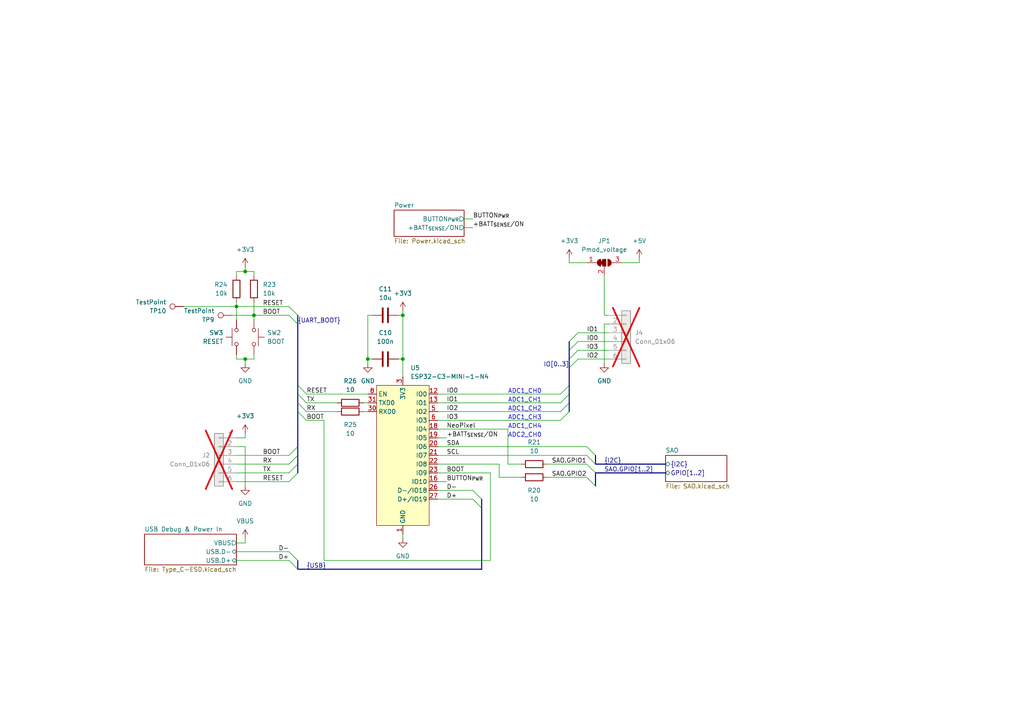
<source format=kicad_sch>
(kicad_sch (version 20240101) (generator "eeschema") (generator_version "8.99")
  (paper "A4")
  (title_block (title "${title}") (rev "${revision}") (company "${company}") (comment 1 "author: ${author}") (comment 2 "pid: ${pid}"))
  (lib_symbols
    (symbol "Connector:TestPoint" (pin_numbers hide) (pin_names (offset 0.762) hide)
      (property "Reference" "TP" (at 0 6.858 0))
      (property "Value" "TestPoint" (at 0 5.08 0))
      (symbol "TestPoint_0_1"
        (circle (center 0 3.302) (radius 0.762))
      )
      (symbol "TestPoint_1_1"
        (pin passive line (at 0 0 90) (length 2.54) (name "1") (number "1"))
      )
    )
    (symbol "Connector_Generic:Conn_01x06" (pin_names (offset 1.016) hide)
      (property "Reference" "J" (at 0 7.62 0))
      (property "Value" "Conn_01x06" (at 0 -10.16 0))
      (symbol "Conn_01x06_1_1"
        (rectangle (start -1.27 -7.493) (end 0 -7.747) (stroke (width 0.1524)))
        (rectangle (start -1.27 -4.953) (end 0 -5.207) (stroke (width 0.1524)))
        (rectangle (start -1.27 -2.413) (end 0 -2.667) (stroke (width 0.1524)))
        (rectangle (start -1.27 0.127) (end 0 -0.127) (stroke (width 0.1524)))
        (rectangle (start -1.27 2.667) (end 0 2.413) (stroke (width 0.1524)))
        (rectangle (start -1.27 5.207) (end 0 4.953) (stroke (width 0.1524)))
        (rectangle (start -1.27 6.35) (end 1.27 -8.89) (stroke (width 0.254)) (fill (type background)))
        (pin passive line (at -5.08 5.08 0) (length 3.81) (name "Pin_1") (number "1"))
        (pin passive line (at -5.08 2.54 0) (length 3.81) (name "Pin_2") (number "2"))
        (pin passive line (at -5.08 0 0) (length 3.81) (name "Pin_3") (number "3"))
        (pin passive line (at -5.08 -2.54 0) (length 3.81) (name "Pin_4") (number "4"))
        (pin passive line (at -5.08 -5.08 0) (length 3.81) (name "Pin_5") (number "5"))
        (pin passive line (at -5.08 -7.62 0) (length 3.81) (name "Pin_6") (number "6"))
      )
    )
    (symbol "Device:C" (pin_numbers hide) (pin_names (offset 0.254))
      (property "Reference" "C" (at 0.635 2.54 0))
      (property "Value" "C" (at 0.635 -2.54 0))
      (symbol "C_0_1"
        (polyline (pts (xy -2.032 -0.762) (xy 2.032 -0.762)) (stroke (width 0.508)))
        (polyline (pts (xy -2.032 0.762) (xy 2.032 0.762)) (stroke (width 0.508)))
      )
      (symbol "C_1_1"
        (pin passive line (at 0 3.81 270) (length 2.794) (name "~") (number "1"))
        (pin passive line (at 0 -3.81 90) (length 2.794) (name "~") (number "2"))
      )
    )
    (symbol "Device:R" (pin_numbers hide) (pin_names (offset 0))
      (property "Reference" "R" (at 2.032 0 90))
      (property "Value" "R" (at 0 0 90))
      (symbol "R_0_1"
        (rectangle (start -1.016 -2.54) (end 1.016 2.54) (stroke (width 0.254)))
      )
      (symbol "R_1_1"
        (pin passive line (at 0 3.81 270) (length 1.27) (name "~") (number "1"))
        (pin passive line (at 0 -3.81 90) (length 1.27) (name "~") (number "2"))
      )
    )
    (symbol "ESP32-C3-MINI:ESP32-C3-MINI-1-N4"
      (property "Reference" "U" (at -8.89 19.05 0))
      (property "Value" "ESP32-C3-MINI-1-N4" (at 1.27 19.05 0))
      (symbol "ESP32-C3-MINI-1-N4_0_1"
        (rectangle (start -7.62 17.78) (end 7.62 -22.86) (fill (type background)))
        (pin power_in line (at 0 -25.4 90) (length 2.54) (name "GND") (number "1"))
        (pin bidirectional line (at 10.16 15.24 180) (length 2.54) (name "IO0") (number "12"))
        (pin bidirectional line (at 10.16 12.7 180) (length 2.54) (name "IO1") (number "13"))
        (pin bidirectional line (at 10.16 -10.16 180) (length 2.54) (name "IO10") (number "16"))
        (pin bidirectional line (at 10.16 5.08 180) (length 2.54) (name "IO4") (number "18"))
        (pin bidirectional line (at 10.16 2.54 180) (length 2.54) (name "IO5") (number "19"))
        (pin bidirectional line (at 10.16 0 180) (length 2.54) (name "IO6") (number "20"))
        (pin bidirectional line (at 10.16 -2.54 180) (length 2.54) (name "IO7") (number "21"))
        (pin bidirectional line (at 10.16 -5.08 180) (length 2.54) (name "IO8") (number "22"))
        (pin bidirectional line (at 10.16 -7.62 180) (length 2.54) (name "IO9") (number "23"))
        (pin power_in line (at 0 20.32 270) (length 2.54) (name "3V3") (number "3"))
        (pin input line (at -10.16 10.16 0) (length 2.54) (name "RXD0") (number "30"))
        (pin output line (at -10.16 12.7 0) (length 2.54) (name "TXD0") (number "31"))
        (pin bidirectional line (at 10.16 10.16 180) (length 2.54) (name "IO2") (number "5"))
        (pin bidirectional line (at 10.16 7.62 180) (length 2.54) (name "IO3") (number "6"))
        (pin input line (at -10.16 15.24 0) (length 2.54) (name "EN") (number "8"))
      )
      (symbol "ESP32-C3-MINI-1-N4_1_1"
        (pin no_connect line (at -10.16 -15.24 0) (length 2.54) hide (name "NC") (number "10"))
        (pin power_in line (at 0 -25.4 90) (length 2.54) hide (name "GND") (number "11"))
        (pin power_in line (at 0 -25.4 90) (length 2.54) hide (name "GND") (number "14"))
        (pin no_connect line (at -10.16 -15.24 0) (length 2.54) hide (name "NC") (number "15"))
        (pin no_connect line (at -10.16 -15.24 0) (length 2.54) hide (name "NC") (number "17"))
        (pin power_in line (at 0 -25.4 90) (length 2.54) hide (name "GND") (number "2"))
        (pin no_connect line (at -10.16 -15.24 0) (length 2.54) hide (name "NC") (number "24"))
        (pin no_connect line (at -10.16 -15.24 0) (length 2.54) hide (name "NC") (number "25"))
        (pin bidirectional line (at 10.16 -12.7 180) (length 2.54) (name "D-/IO18") (number "26"))
        (pin bidirectional line (at 10.16 -15.24 180) (length 2.54) (name "D+/IO19") (number "27"))
        (pin no_connect line (at -10.16 -15.24 0) (length 2.54) hide (name "NC") (number "28"))
        (pin no_connect line (at -10.16 -15.24 0) (length 2.54) hide (name "NC") (number "29"))
        (pin no_connect line (at -10.16 -15.24 0) (length 2.54) hide (name "NC") (number "32"))
        (pin no_connect line (at -10.16 -15.24 0) (length 2.54) hide (name "NC") (number "33"))
        (pin no_connect line (at -10.16 -15.24 0) (length 2.54) hide (name "NC") (number "34"))
        (pin no_connect line (at -10.16 -15.24 0) (length 2.54) hide (name "NC") (number "35"))
        (pin power_in line (at 0 -25.4 90) (length 2.54) hide (name "GND") (number "36"))
        (pin power_in line (at 0 -25.4 90) (length 2.54) hide (name "GND") (number "37"))
        (pin power_in line (at 0 -25.4 90) (length 2.54) hide (name "GND") (number "38"))
        (pin power_in line (at 0 -25.4 90) (length 2.54) hide (name "GND") (number "39"))
        (pin no_connect line (at -10.16 -15.24 0) (length 2.54) hide (name "NC") (number "4"))
        (pin power_in line (at 0 -25.4 90) (length 2.54) hide (name "GND") (number "40"))
        (pin power_in line (at 0 -25.4 90) (length 2.54) hide (name "GND") (number "41"))
        (pin power_in line (at 0 -25.4 90) (length 2.54) hide (name "GND") (number "42"))
        (pin power_in line (at 0 -25.4 90) (length 2.54) hide (name "GND") (number "43"))
        (pin power_in line (at 0 -25.4 90) (length 2.54) hide (name "GND") (number "44"))
        (pin power_in line (at 0 -25.4 90) (length 2.54) hide (name "GND") (number "45"))
        (pin power_in line (at 0 -25.4 90) (length 2.54) hide (name "GND") (number "46"))
        (pin power_in line (at 0 -25.4 90) (length 2.54) hide (name "GND") (number "47"))
        (pin power_in line (at 0 -25.4 90) (length 2.54) hide (name "GND") (number "48"))
        (pin power_in line (at 0 -25.4 90) (length 2.54) hide (name "GND") (number "49"))
        (pin power_in line (at 0 -25.4 90) (length 2.54) hide (name "GND") (number "50"))
        (pin power_in line (at 0 -25.4 90) (length 2.54) hide (name "GND") (number "51"))
        (pin power_in line (at 0 -25.4 90) (length 2.54) hide (name "GND") (number "52"))
        (pin power_in line (at 0 -25.4 90) (length 2.54) hide (name "GND") (number "53"))
        (pin no_connect line (at -10.16 -15.24 0) (length 2.54) hide (name "NC") (number "7"))
        (pin no_connect line (at -10.16 -15.24 0) (length 2.54) hide (name "NC") (number "9"))
      )
    )
    (symbol "Jumper:SolderJumper_3_Bridged12" (pin_names (offset 0) hide)
      (property "Reference" "JP" (at -2.54 -2.54 0))
      (property "Value" "SolderJumper_3_Bridged12" (at 0 2.794 0))
      (symbol "SolderJumper_3_Bridged12_0_1"
        (rectangle (start -1.016 0.508) (end -0.508 -0.508) (fill (type outline)))
        (arc (start -1.016 1.016) (mid -2.0276 0) (end -1.016 -1.016))
        (arc (start -1.016 1.016) (mid -2.0276 0) (end -1.016 -1.016) (fill (type outline)))
        (rectangle (start -0.508 1.016) (end 0.508 -1.016) (fill (type outline)))
        (polyline (pts (xy -2.54 0) (xy -2.032 0)))
        (polyline (pts (xy -1.016 1.016) (xy -1.016 -1.016)))
        (polyline (pts (xy 0 -1.27) (xy 0 -1.016)))
        (polyline (pts (xy 1.016 1.016) (xy 1.016 -1.016)))
        (polyline (pts (xy 2.54 0) (xy 2.032 0)))
        (arc (start 1.016 -1.016) (mid 2.0276 0) (end 1.016 1.016))
        (arc (start 1.016 -1.016) (mid 2.0276 0) (end 1.016 1.016) (fill (type outline)))
      )
      (symbol "SolderJumper_3_Bridged12_1_1"
        (pin passive line (at -5.08 0 0) (length 2.54) (name "A") (number "1"))
        (pin passive line (at 0 -3.81 90) (length 2.54) (name "C") (number "2"))
        (pin passive line (at 5.08 0 180) (length 2.54) (name "B") (number "3"))
      )
    )
    (symbol "Switch:SW_Push" (pin_numbers hide) (pin_names (offset 1.016) hide)
      (property "Reference" "SW" (at 1.27 2.54 0))
      (property "Value" "SW_Push" (at 0 -1.524 0))
      (symbol "SW_Push_0_1"
        (circle (center -2.032 0) (radius 0.508))
        (polyline (pts (xy 0 1.27) (xy 0 3.048)))
        (polyline (pts (xy 2.54 1.27) (xy -2.54 1.27)))
        (circle (center 2.032 0) (radius 0.508))
        (pin passive line (at -5.08 0 0) (length 2.54) (name "1") (number "1"))
        (pin passive line (at 5.08 0 180) (length 2.54) (name "2") (number "2"))
      )
    )
    (symbol "power:+3V3" (power) (pin_numbers hide) (pin_names (offset 0) hide)
      (property "Value" "+3V3" (at 0 3.556 0))
      (symbol "+3V3_0_1"
        (polyline (pts (xy -0.762 1.27) (xy 0 2.54)))
        (polyline (pts (xy 0 0) (xy 0 2.54)))
        (polyline (pts (xy 0 2.54) (xy 0.762 1.27)))
      )
      (symbol "+3V3_1_1"
        (pin power_in line (at 0 0 90) (length 0) (name "~") (number "1"))
      )
    )
    (symbol "power:+5V" (power) (pin_numbers hide) (pin_names (offset 0) hide)
      (property "Value" "+5V" (at 0 3.556 0))
      (symbol "+5V_0_1"
        (polyline (pts (xy -0.762 1.27) (xy 0 2.54)))
        (polyline (pts (xy 0 0) (xy 0 2.54)))
        (polyline (pts (xy 0 2.54) (xy 0.762 1.27)))
      )
      (symbol "+5V_1_1"
        (pin power_in line (at 0 0 90) (length 0) (name "~") (number "1"))
      )
    )
    (symbol "power:GND" (power) (pin_numbers hide) (pin_names (offset 0) hide)
      (property "Value" "GND" (at 0 -3.81 0))
      (symbol "GND_0_1"
        (polyline (pts (xy 0 0) (xy 0 -1.27) (xy 1.27 -1.27) (xy 0 -2.54) (xy -1.27 -1.27) (xy 0 -1.27)))
      )
      (symbol "GND_1_1"
        (pin power_in line (at 0 0 270) (length 0) (name "~") (number "1"))
      )
    )
    (symbol "power:VBUS" (power) (pin_numbers hide) (pin_names (offset 0) hide)
      (property "Value" "VBUS" (at 0 3.556 0))
      (symbol "VBUS_0_1"
        (polyline (pts (xy -0.762 1.27) (xy 0 2.54)))
        (polyline (pts (xy 0 0) (xy 0 2.54)))
        (polyline (pts (xy 0 2.54) (xy 0.762 1.27)))
      )
      (symbol "VBUS_1_1"
        (pin power_in line (at 0 0 90) (length 0) (name "~") (number "1"))
      )
    )
  )
  (bus_alias "I2C" (members "SCL" "SDA"))
  (bus_alias "UART_BOOT" (members "RESET" "BOOT" "TX" "RX"))
  (bus_alias "USB" (members "D-" "D+"))
  (junction (at 71.12 78.74))
  (junction (at 116.84 91.44))
  (junction (at 68.58 88.9))
  (junction (at 116.84 104.14))
  (junction (at 71.12 104.14))
  (junction (at 106.68 104.14))
  (junction (at 73.66 91.44))
  (bus_entry (at 86.36 111.76) (size 2.54 2.54))
  (bus_entry (at 170.18 132.08) (size 2.54 2.54))
  (bus_entry (at 86.36 116.84) (size 2.54 2.54))
  (bus_entry (at 165.1 116.84) (size -2.54 2.54))
  (bus_entry (at 83.82 137.16) (size 2.54 -2.54))
  (bus_entry (at 139.7 147.32) (size -2.54 -2.54))
  (bus_entry (at 83.82 132.08) (size 2.54 -2.54))
  (bus_entry (at 165.1 99.06) (size 2.54 -2.54))
  (bus_entry (at 83.82 162.56) (size 2.54 2.54))
  (bus_entry (at 170.18 129.54) (size 2.54 2.54))
  (bus_entry (at 165.1 114.3) (size -2.54 2.54))
  (bus_entry (at 86.36 119.38) (size 2.54 2.54))
  (bus_entry (at 165.1 119.38) (size -2.54 2.54))
  (bus_entry (at 165.1 104.14) (size 2.54 -2.54))
  (bus_entry (at 170.18 134.62) (size 2.54 2.54))
  (bus_entry (at 165.1 101.6) (size 2.54 -2.54))
  (bus_entry (at 83.82 88.9) (size 2.54 2.54))
  (bus_entry (at 86.36 114.3) (size 2.54 2.54))
  (bus_entry (at 170.18 138.43) (size 2.54 2.54))
  (bus_entry (at 165.1 106.68) (size 2.54 -2.54))
  (bus_entry (at 83.82 139.7) (size 2.54 -2.54))
  (bus_entry (at 83.82 91.44) (size 2.54 2.54))
  (bus_entry (at 139.7 144.78) (size -2.54 -2.54))
  (bus_entry (at 83.82 134.62) (size 2.54 -2.54))
  (bus_entry (at 83.82 160.02) (size 2.54 2.54))
  (bus_entry (at 165.1 111.76) (size -2.54 2.54))
  (wire (pts (xy 68.58 132.08) (xy 83.82 132.08)))
  (bus (pts (xy 165.1 111.76) (xy 165.1 114.3)))
  (bus (pts (xy 172.72 134.62) (xy 193.04 134.62)))
  (wire (pts (xy 68.58 87.63) (xy 68.58 88.9)))
  (wire (pts (xy 158.75 138.43) (xy 170.18 138.43)))
  (bus (pts (xy 165.1 116.84) (xy 165.1 119.38)))
  (bus (pts (xy 139.7 147.32) (xy 139.7 165.1)))
  (bus (pts (xy 165.1 104.14) (xy 165.1 106.68)))
  (wire (pts (xy 71.12 125.73) (xy 71.12 127)))
  (wire (pts (xy 67.31 91.44) (xy 73.66 91.44)))
  (bus (pts (xy 165.1 99.06) (xy 165.1 101.6)))
  (wire (pts (xy 68.58 104.14) (xy 71.12 104.14)))
  (wire (pts (xy 88.9 114.3) (xy 106.68 114.3)))
  (bus (pts (xy 86.36 116.84) (xy 86.36 119.38)))
  (bus (pts (xy 165.1 114.3) (xy 165.1 116.84)))
  (bus (pts (xy 86.36 134.62) (xy 86.36 137.16)))
  (wire (pts (xy 68.58 88.9) (xy 83.82 88.9)))
  (wire (pts (xy 88.9 119.38) (xy 97.79 119.38)))
  (wire (pts (xy 73.66 78.74) (xy 73.66 80.01)))
  (wire (pts (xy 116.84 104.14) (xy 116.84 109.22)))
  (bus (pts (xy 86.36 129.54) (xy 86.36 132.08)))
  (wire (pts (xy 167.64 99.06) (xy 176.53 99.06)))
  (wire (pts (xy 127 124.46) (xy 147.32 124.46)))
  (wire (pts (xy 116.84 154.94) (xy 116.84 156.21)))
  (wire (pts (xy 106.68 91.44) (xy 106.68 104.14)))
  (wire (pts (xy 127 116.84) (xy 162.56 116.84)))
  (bus (pts (xy 165.1 106.68) (xy 165.1 111.76)))
  (wire (pts (xy 116.84 90.17) (xy 116.84 91.44)))
  (wire (pts (xy 175.26 105.41) (xy 175.26 93.98)))
  (bus (pts (xy 86.36 119.38) (xy 86.36 129.54)))
  (wire (pts (xy 73.66 104.14) (xy 73.66 102.87)))
  (wire (pts (xy 127 144.78) (xy 137.16 144.78)))
  (wire (pts (xy 83.82 162.56) (xy 68.58 162.56)))
  (wire (pts (xy 134.62 63.5) (xy 137.16 63.5)))
  (wire (pts (xy 107.95 104.14) (xy 106.68 104.14)))
  (wire (pts (xy 107.95 91.44) (xy 106.68 91.44)))
  (wire (pts (xy 71.12 78.74) (xy 73.66 78.74)))
  (wire (pts (xy 71.12 127) (xy 68.58 127)))
  (wire (pts (xy 151.13 138.43) (xy 144.78 138.43)))
  (wire (pts (xy 68.58 139.7) (xy 83.82 139.7)))
  (wire (pts (xy 165.1 76.2) (xy 170.18 76.2)))
  (wire (pts (xy 116.84 104.14) (xy 115.57 104.14)))
  (wire (pts (xy 127 142.24) (xy 137.16 142.24)))
  (wire (pts (xy 88.9 116.84) (xy 97.79 116.84)))
  (wire (pts (xy 151.13 134.62) (xy 147.32 134.62)))
  (wire (pts (xy 71.12 104.14) (xy 73.66 104.14)))
  (wire (pts (xy 105.41 116.84) (xy 106.68 116.84)))
  (wire (pts (xy 175.26 93.98) (xy 176.53 93.98)))
  (wire (pts (xy 71.12 156.21) (xy 71.12 157.48)))
  (wire (pts (xy 134.62 66.04) (xy 137.16 66.04)))
  (wire (pts (xy 175.26 91.44) (xy 176.53 91.44)))
  (wire (pts (xy 93.98 162.56) (xy 93.98 121.92)))
  (wire (pts (xy 167.64 96.52) (xy 176.53 96.52)))
  (wire (pts (xy 68.58 137.16) (xy 83.82 137.16)))
  (wire (pts (xy 127 134.62) (xy 144.78 134.62)))
  (wire (pts (xy 147.32 134.62) (xy 147.32 124.46)))
  (wire (pts (xy 127 121.92) (xy 162.56 121.92)))
  (bus (pts (xy 86.36 93.98) (xy 86.36 111.76)))
  (wire (pts (xy 106.68 105.41) (xy 106.68 104.14)))
  (wire (pts (xy 167.64 104.14) (xy 176.53 104.14)))
  (wire (pts (xy 68.58 78.74) (xy 71.12 78.74)))
  (wire (pts (xy 127 114.3) (xy 162.56 114.3)))
  (bus (pts (xy 86.36 111.76) (xy 86.36 114.3)))
  (wire (pts (xy 68.58 80.01) (xy 68.58 78.74)))
  (wire (pts (xy 68.58 134.62) (xy 83.82 134.62)))
  (wire (pts (xy 142.24 137.16) (xy 142.24 162.56)))
  (wire (pts (xy 105.41 119.38) (xy 106.68 119.38)))
  (bus (pts (xy 139.7 165.1) (xy 86.36 165.1)))
  (wire (pts (xy 68.58 102.87) (xy 68.58 104.14)))
  (wire (pts (xy 71.12 157.48) (xy 68.58 157.48)))
  (wire (pts (xy 53.34 88.9) (xy 68.58 88.9)))
  (wire (pts (xy 116.84 91.44) (xy 116.84 104.14)))
  (wire (pts (xy 158.75 134.62) (xy 170.18 134.62)))
  (wire (pts (xy 73.66 91.44) (xy 83.82 91.44)))
  (wire (pts (xy 83.82 160.02) (xy 68.58 160.02)))
  (wire (pts (xy 175.26 80.01) (xy 175.26 91.44)))
  (bus (pts (xy 86.36 91.44) (xy 86.36 93.98)))
  (wire (pts (xy 73.66 91.44) (xy 73.66 92.71)))
  (wire (pts (xy 167.64 101.6) (xy 176.53 101.6)))
  (wire (pts (xy 116.84 91.44) (xy 115.57 91.44)))
  (bus (pts (xy 86.36 114.3) (xy 86.36 116.84)))
  (wire (pts (xy 127 129.54) (xy 170.18 129.54)))
  (wire (pts (xy 88.9 121.92) (xy 93.98 121.92)))
  (wire (pts (xy 68.58 88.9) (xy 68.58 92.71)))
  (wire (pts (xy 127 119.38) (xy 162.56 119.38)))
  (bus (pts (xy 172.72 137.16) (xy 172.72 140.97)))
  (wire (pts (xy 144.78 138.43) (xy 144.78 134.62)))
  (wire (pts (xy 127 137.16) (xy 142.24 137.16)))
  (bus (pts (xy 172.72 132.08) (xy 172.72 134.62)))
  (wire (pts (xy 180.34 76.2) (xy 185.42 76.2)))
  (wire (pts (xy 71.12 129.54) (xy 68.58 129.54)))
  (wire (pts (xy 165.1 74.93) (xy 165.1 76.2)))
  (bus (pts (xy 86.36 132.08) (xy 86.36 134.62)))
  (wire (pts (xy 185.42 74.93) (xy 185.42 76.2)))
  (wire (pts (xy 127 132.08) (xy 170.18 132.08)))
  (bus (pts (xy 139.7 147.32) (xy 139.7 144.78)))
  (wire (pts (xy 71.12 140.97) (xy 71.12 129.54)))
  (bus (pts (xy 172.72 137.16) (xy 193.04 137.16)))
  (wire (pts (xy 127 139.7) (xy 129.54 139.7)))
  (bus (pts (xy 86.36 162.56) (xy 86.36 165.1)))
  (bus (pts (xy 165.1 101.6) (xy 165.1 104.14)))
  (wire (pts (xy 71.12 77.47) (xy 71.12 78.74)))
  (wire (pts (xy 73.66 87.63) (xy 73.66 91.44)))
  (wire (pts (xy 142.24 162.56) (xy 93.98 162.56)))
  (wire (pts (xy 71.12 104.14) (xy 71.12 105.41)))
  (wire (pts (xy 127 127) (xy 129.54 127)))
  (text "ADC2_CH0" (at 147.32 127 0) (effects (font (size 1.27 1.27)) (justify left bottom)))
  (text "ADC1_CH2" (at 147.32 119.38 0) (effects (font (size 1.27 1.27)) (justify left bottom)))
  (text "ADC1_CH1" (at 147.32 116.84 0) (effects (font (size 1.27 1.27)) (justify left bottom)))
  (text "ADC1_CH3" (at 147.32 121.92 0) (effects (font (size 1.27 1.27)) (justify left bottom)))
  (text "ADC1_CH0" (at 147.32 114.3 0) (effects (font (size 1.27 1.27)) (justify left bottom)))
  (text "ADC1_CH4" (at 147.32 124.46 0) (effects (font (size 1.27 1.27)) (justify left bottom)))
  (label "IO0" (at 129.54 114.3 0))
  (label "BOOT" (at 129.54 137.16 0))
  (label "SAO.GPIO[1..2]" (at 175.26 137.16 0))
  (label "RESET" (at 76.2 139.7 0))
  (label "IO2" (at 170.18 104.14 0))
  (label "+BATT_{SENSE}{slash}ON" (at 129.54 127 0))
  (label "RX" (at 76.2 134.62 0))
  (label "TX" (at 76.2 137.16 0))
  (label "{USB}" (at 88.9 165.1 0))
  (label "IO0" (at 170.18 99.06 0))
  (label "D-" (at 83.82 160.02 180))
  (label "RESET" (at 88.9 114.3 0))
  (label "IO1" (at 170.18 96.52 0))
  (label "D-" (at 129.54 142.24 0))
  (label "D+" (at 129.54 144.78 0))
  (label "RX" (at 88.9 119.38 0))
  (label "BOOT" (at 76.2 91.44 0))
  (label "BOOT" (at 76.2 132.08 0))
  (label "SCL" (at 129.54 132.08 0))
  (label "SAO.GPIO2" (at 160.02 138.43 0))
  (label "SDA" (at 129.54 129.54 0))
  (label "RESET" (at 76.2 88.9 0))
  (label "IO[0..3]" (at 165.1 106.68 180))
  (label "BUTTON_{PWR}" (at 129.54 139.7 0))
  (label "{UART_BOOT}" (at 86.36 93.98 0))
  (label "SAO.GPIO1" (at 160.02 134.62 0))
  (label "+BATT_{SENSE}{slash}ON" (at 137.16 66.04 0))
  (label "D+" (at 83.82 162.56 180))
  (label "IO1" (at 129.54 116.84 0))
  (label "NeoPixel" (at 129.54 124.46 0))
  (label "IO3" (at 129.54 121.92 0))
  (label "BOOT" (at 88.9 121.92 0))
  (label "TX" (at 88.9 116.84 0))
  (label "BUTTON_{PWR}" (at 137.16 63.5 0))
  (label "IO3" (at 170.18 101.6 0))
  (label "IO2" (at 129.54 119.38 0))
  (label "{I2C}" (at 175.26 134.62 0))
  (symbol (lib_id "Switch:SW_Push") (at 68.58 97.79 90) (unit 1)
    (property "Reference" "SW3" (at 64.77 96.5199 90) (effects (justify left)))
    (property "Value" "RESET" (at 64.77 99.0599 90) (effects (justify left)))
    (property "Footprint" "Button_Switch_SMD:SW_Push_1P1T_XKB_TS-1187A" (effects (hide yes)))
    (property "Description" "Push button switch, generic, two pins" (effects (hide yes)))
    (property "LCSC Part" "C318884" (effects (hide yes)))
  )
  (symbol (lib_id "Device:C") (at 111.76 91.44 270) (mirror x) (unit 1)
    (property "Reference" "C11" (at 111.76 83.82 90))
    (property "Value" "10u" (at 111.76 86.36 90))
    (property "Footprint" "Capacitor_SMD:C_0805_2012Metric" (effects (hide yes)))
    (property "Description" "Unpolarized capacitor" (effects (hide yes)))
    (property "LCSC Part" "C15850" (effects (hide yes)))
  )
  (symbol (lib_id "power:+3V3") (at 71.12 77.47 0) (mirror y) (unit 1)
    (property "Reference" "#PWR032" (effects (hide yes)))
    (property "Value" "+3V3" (at 71.12 72.39 0))
    (property "Description" "Power symbol creates a global label with name \"+3V3\"" (effects (hide yes)))
  )
  (symbol (lib_id "power:+5V") (at 185.42 74.93 0) (unit 1)
    (property "Reference" "#PWR08" (effects (hide yes)))
    (property "Value" "+5V" (at 185.42 69.85 0))
    (property "Description" "Power symbol creates a global label with name \"+5V\"" (effects (hide yes)))
  )
  (symbol (lib_id "Device:R") (at 154.94 134.62 90) (unit 1)
    (property "Reference" "R21" (at 154.94 128.27 90))
    (property "Value" "10" (at 154.94 130.81 90))
    (property "Footprint" "Resistor_SMD:R_0603_1608Metric" (effects (hide yes)))
    (property "Description" "Resistor" (effects (hide yes)))
    (property "LCSC Part" "C22859" (effects (hide yes)))
  )
  (symbol (lib_id "power:VBUS") (at 71.12 156.21 0) (mirror y) (unit 1)
    (property "Reference" "#PWR012" (effects (hide yes)))
    (property "Value" "VBUS" (at 71.12 151.13 0))
    (property "Description" "Power symbol creates a global label with name \"VBUS\"" (effects (hide yes)))
  )
  (symbol (lib_id "Device:R") (at 73.66 83.82 180) (unit 1)
    (property "Reference" "R23" (at 76.2 82.5499 0) (effects (justify right)))
    (property "Value" "10k" (at 76.2 85.0899 0) (effects (justify right)))
    (property "Footprint" "Resistor_SMD:R_0603_1608Metric" (effects (hide yes)))
    (property "Description" "Resistor" (effects (hide yes)))
    (property "LCSC Part" "C25804" (effects (hide yes)))
  )
  (symbol (lib_id "Connector:TestPoint") (at 53.34 88.9 90) (unit 1) (in_bom no)
    (property "Reference" "TP10" (at 48.26 90.1701 90) (effects (justify left)))
    (property "Value" "TestPoint" (at 48.26 87.6301 90) (effects (justify left)))
    (property "Footprint" "TestPoint:TestPoint_Pad_D1.0mm" (effects (hide yes)))
    (property "Description" "test point" (effects (hide yes)))
  )
  (symbol (lib_id "Connector_Generic:Conn_01x06") (at 63.5 132.08 0) (mirror y) (unit 1) (dnp yes)
    (property "Reference" "J2" (at 60.96 132.08 0) (effects (justify left)))
    (property "Value" "Conn_01x06" (at 60.96 134.62 0) (effects (justify left)))
    (property "Footprint" "Connector_PinSocket_2.54mm:PinSocket_1x06_P2.54mm_Horizontal" (effects (hide yes)))
    (property "Description" "Generic connector, single row, 01x06, script generated (kicad-library-utils/schlib/autogen/connector/)" (effects (hide yes)))
  )
  (symbol (lib_id "power:GND") (at 71.12 105.41 0) (unit 1)
    (property "Reference" "#PWR016" (effects (hide yes)))
    (property "Value" "GND" (at 71.12 110.49 0))
    (property "Description" "Power symbol creates a global label with name \"GND\" , ground" (effects (hide yes)))
  )
  (symbol (lib_id "Device:R") (at 154.94 138.43 90) (unit 1)
    (property "Reference" "R20" (at 154.94 142.24 90))
    (property "Value" "10" (at 154.94 144.78 90))
    (property "Footprint" "Resistor_SMD:R_0603_1608Metric" (effects (hide yes)))
    (property "Description" "Resistor" (effects (hide yes)))
    (property "LCSC Part" "C22859" (effects (hide yes)))
  )
  (symbol (lib_id "Device:R") (at 68.58 83.82 180) (unit 1)
    (property "Reference" "R24" (at 66.04 82.5499 0) (effects (justify left)))
    (property "Value" "10k" (at 66.04 85.0899 0) (effects (justify left)))
    (property "Footprint" "Resistor_SMD:R_0603_1608Metric" (effects (hide yes)))
    (property "Description" "Resistor" (effects (hide yes)))
    (property "LCSC Part" "C25804" (effects (hide yes)))
  )
  (symbol (lib_id "Jumper:SolderJumper_3_Bridged12") (at 175.26 76.2 0) (unit 1)
    (property "Reference" "JP1" (at 175.26 69.85 0))
    (property "Value" "Pmod_voltage" (at 175.26 72.39 0))
    (property "Footprint" "Jumper:SolderJumper-3_P1.3mm_Bridged12_RoundedPad1.0x1.5mm" (effects (hide yes)))
    (property "Description" "3-pole Solder Jumper, pins 1+2 closed/bridged" (effects (hide yes)))
  )
  (symbol (lib_id "power:GND") (at 106.68 105.41 0) (mirror y) (unit 1)
    (property "Reference" "#PWR01" (effects (hide yes)))
    (property "Value" "GND" (at 106.68 110.49 0))
    (property "Description" "Power symbol creates a global label with name \"GND\" , ground" (effects (hide yes)))
  )
  (symbol (lib_id "Switch:SW_Push") (at 73.66 97.79 270) (mirror x) (unit 1)
    (property "Reference" "SW2" (at 77.47 96.5199 90) (effects (justify left)))
    (property "Value" "BOOT" (at 77.47 99.0599 90) (effects (justify left)))
    (property "Footprint" "Button_Switch_SMD:SW_Push_1P1T_XKB_TS-1187A" (effects (hide yes)))
    (property "Description" "Push button switch, generic, two pins" (effects (hide yes)))
    (property "LCSC Part" "C318884" (effects (hide yes)))
  )
  (symbol (lib_id "Connector_Generic:Conn_01x06") (at 181.61 96.52 0) (unit 1) (dnp yes)
    (property "Reference" "J4" (at 184.15 96.52 0) (effects (justify left)))
    (property "Value" "Conn_01x06" (at 184.15 99.06 0) (effects (justify left)))
    (property "Footprint" "Connector_PinSocket_2.54mm:PinSocket_1x06_P2.54mm_Horizontal" (effects (hide yes)))
    (property "Description" "Generic connector, single row, 01x06, script generated (kicad-library-utils/schlib/autogen/connector/)" (effects (hide yes)))
  )
  (symbol (lib_id "Device:R") (at 101.6 119.38 90) (unit 1)
    (property "Reference" "R25" (at 101.6 123.19 90))
    (property "Value" "10" (at 101.6 125.73 90))
    (property "Footprint" "Resistor_SMD:R_0603_1608Metric" (effects (hide yes)))
    (property "Description" "Resistor" (effects (hide yes)))
    (property "LCSC Part" "C22859" (effects (hide yes)))
  )
  (symbol (lib_id "power:GND") (at 71.12 140.97 0) (mirror y) (unit 1)
    (property "Reference" "#PWR029" (effects (hide yes)))
    (property "Value" "GND" (at 71.12 146.05 0))
    (property "Description" "Power symbol creates a global label with name \"GND\" , ground" (effects (hide yes)))
  )
  (symbol (lib_id "Device:C") (at 111.76 104.14 270) (mirror x) (unit 1)
    (property "Reference" "C10" (at 111.76 96.52 90))
    (property "Value" "100n" (at 111.76 99.06 90))
    (property "Footprint" "Capacitor_SMD:C_0603_1608Metric" (effects (hide yes)))
    (property "Description" "Unpolarized capacitor" (effects (hide yes)))
    (property "LCSC Part" "C14663" (effects (hide yes)))
  )
  (symbol (lib_id "ESP32-C3-MINI:ESP32-C3-MINI-1-N4") (at 116.84 129.54 0) (unit 1)
    (property "Reference" "U5" (at 119.0341 106.68 0) (effects (justify left)))
    (property "Value" "ESP32-C3-MINI-1-N4" (at 119.0341 109.22 0) (effects (justify left)))
    (property "Footprint" "ESP32-C3-MINI:WIFIM-SMD_ESP32-C3-MINI-1" (effects (hide yes)))
    (property "LCSC Part" "C2838502" (effects (hide yes)))
  )
  (symbol (lib_id "power:GND") (at 175.26 105.41 0) (unit 1)
    (property "Reference" "#PWR013" (effects (hide yes)))
    (property "Value" "GND" (at 175.26 110.49 0))
    (property "Description" "Power symbol creates a global label with name \"GND\" , ground" (effects (hide yes)))
  )
  (symbol (lib_id "power:+3V3") (at 165.1 74.93 0) (unit 1)
    (property "Reference" "#PWR06" (effects (hide yes)))
    (property "Value" "+3V3" (at 165.1 69.85 0))
    (property "Description" "Power symbol creates a global label with name \"+3V3\"" (effects (hide yes)))
  )
  (symbol (lib_id "Connector:TestPoint") (at 67.31 91.44 90) (unit 1) (in_bom no)
    (property "Reference" "TP9" (at 62.23 92.7101 90) (effects (justify left)))
    (property "Value" "TestPoint" (at 62.23 90.1701 90) (effects (justify left)))
    (property "Footprint" "TestPoint:TestPoint_Pad_D1.0mm" (effects (hide yes)))
    (property "Description" "test point" (effects (hide yes)))
  )
  (symbol (lib_id "power:+3V3") (at 116.84 90.17 0) (mirror y) (unit 1)
    (property "Reference" "#PWR04" (effects (hide yes)))
    (property "Value" "+3V3" (at 116.84 85.09 0))
    (property "Description" "Power symbol creates a global label with name \"+3V3\"" (effects (hide yes)))
  )
  (symbol (lib_id "power:+3V3") (at 71.12 125.73 0) (mirror y) (unit 1)
    (property "Reference" "#PWR021" (effects (hide yes)))
    (property "Value" "+3V3" (at 71.12 120.65 0))
    (property "Description" "Power symbol creates a global label with name \"+3V3\"" (effects (hide yes)))
  )
  (symbol (lib_id "Device:R") (at 101.6 116.84 90) (unit 1)
    (property "Reference" "R26" (at 101.6 110.49 90))
    (property "Value" "10" (at 101.6 113.03 90))
    (property "Footprint" "Resistor_SMD:R_0603_1608Metric" (effects (hide yes)))
    (property "Description" "Resistor" (effects (hide yes)))
    (property "LCSC Part" "C22859" (effects (hide yes)))
  )
  (symbol (lib_id "power:GND") (at 116.84 156.21 0) (unit 1)
    (property "Reference" "#PWR03" (effects (hide yes)))
    (property "Value" "GND" (at 116.84 161.29 0))
    (property "Description" "Power symbol creates a global label with name \"GND\" , ground" (effects (hide yes)))
  )
  (sheet (at 114.3 60.96) (size 20.32 7.62) (stroke (width 0.1524))
    (property "Sheetname" "Power" (at 114.3 60.2484 0) (effects (justify left bottom)))
    (property "Sheetfile" "Power.kicad_sch" (at 114.3 69.1646 0) (effects (justify left top)))
    (pin "BUTTON_{PWR}" output (at 134.62 63.5 0))
    (pin "+BATT_{SENSE}{slash}ON" output (at 134.62 66.04 0))
  )
  (sheet (at 193.04 132.08) (size 17.78 7.62) (stroke (width 0.1524))
    (property "Sheetname" "SAO" (at 193.04 131.3684 0) (effects (justify left bottom)))
    (property "Sheetfile" "SAO.kicad_sch" (at 193.04 140.2846 0) (effects (justify left top)))
    (pin "{I2C}" bidirectional (at 193.04 134.62 180))
    (pin "GPIO[1..2]" bidirectional (at 193.04 137.16 180))
  )
  (sheet (at 41.91 154.94) (size 26.67 8.89) (stroke (width 0.1524))
    (property "Sheetname" "USB Debug & Power In" (at 41.91 154.2284 0) (effects (justify left bottom)))
    (property "Sheetfile" "Type_C-ESD.kicad_sch" (at 41.91 164.4146 0) (effects (justify left top)))
    (pin "VBUS" output (at 68.58 157.48 0))
    (pin "USB.D+" bidirectional (at 68.58 162.56 0))
    (pin "USB.D-" bidirectional (at 68.58 160.02 0))
  )
)
</source>
